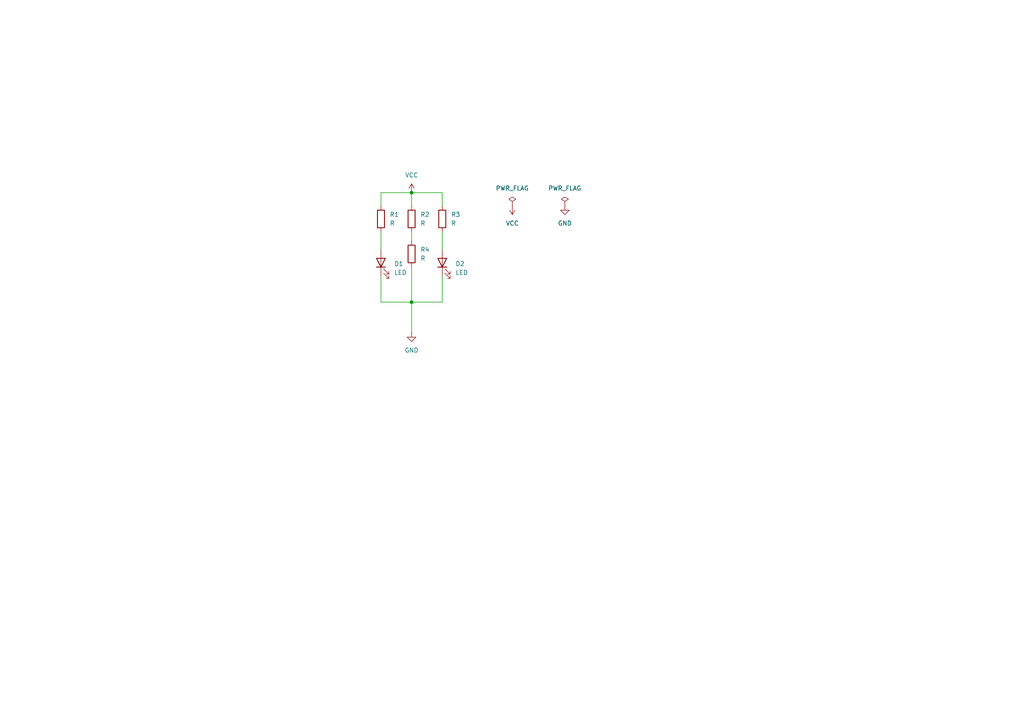
<source format=kicad_sch>
(kicad_sch (version 20250114) (generator "eeschema") (generator_version "9.0")
  (paper "A4")
  (lib_symbols
    (symbol "Device:LED" (pin_numbers (hide yes)) (pin_names (offset 1.016) (hide yes))
      (property "Reference" "D" (at 0 2.54 0))
      (property "Value" "LED" (at 0 -2.54 0))
      (symbol "LED_0_1"
        (polyline (pts (xy -3.048 -0.762) (xy -4.572 -2.286) (xy -3.81 -2.286) (xy -4.572 -2.286) (xy -4.572 -1.524)))
        (polyline (pts (xy -1.778 -0.762) (xy -3.302 -2.286) (xy -2.54 -2.286) (xy -3.302 -2.286) (xy -3.302 -1.524)))
        (polyline (pts (xy -1.27 0) (xy 1.27 0)))
        (polyline (pts (xy -1.27 -1.27) (xy -1.27 1.27)) (stroke (width 0.254)))
        (polyline (pts (xy 1.27 -1.27) (xy 1.27 1.27) (xy -1.27 0) (xy 1.27 -1.27)) (stroke (width 0.254)))
      )
      (symbol "LED_1_1"
        (pin passive line (at -3.81 0 0) (length 2.54) (name "K") (number "1"))
        (pin passive line (at 3.81 0 180) (length 2.54) (name "A") (number "2"))
      )
    )
    (symbol "Device:R" (pin_numbers (hide yes)) (pin_names (offset 0))
      (property "Reference" "R" (at 2.032 0 90))
      (property "Value" "R" (at 0 0 90))
      (symbol "R_0_1"
        (rectangle (start -1.016 -2.54) (end 1.016 2.54) (stroke (width 0.254)))
      )
      (symbol "R_1_1"
        (pin passive line (at 0 3.81 270) (length 1.27) (name "~") (number "1"))
        (pin passive line (at 0 -3.81 90) (length 1.27) (name "~") (number "2"))
      )
    )
    (symbol "power:GND" (power) (pin_numbers (hide yes)) (pin_names (offset 0) (hide yes))
      (property "Value" "GND" (at 0 -3.81 0))
      (symbol "GND_0_1"
        (polyline (pts (xy 0 0) (xy 0 -1.27) (xy 1.27 -1.27) (xy 0 -2.54) (xy -1.27 -1.27) (xy 0 -1.27)))
      )
      (symbol "GND_1_1"
        (pin power_in line (at 0 0 270) (length 0) (name "~") (number "1"))
      )
    )
    (symbol "power:PWR_FLAG" (power) (pin_numbers (hide yes)) (pin_names (offset 0) (hide yes))
      (property "Value" "PWR_FLAG" (at 0 3.81 0))
      (symbol "PWR_FLAG_0_0"
        (pin power_out line (at 0 0 90) (length 0) (name "~") (number "1"))
      )
      (symbol "PWR_FLAG_0_1"
        (polyline (pts (xy 0 0) (xy 0 1.27) (xy -1.016 1.905) (xy 0 2.54) (xy 1.016 1.905) (xy 0 1.27)))
      )
    )
    (symbol "power:VCC" (power) (pin_numbers (hide yes)) (pin_names (offset 0) (hide yes))
      (property "Value" "VCC" (at 0 3.556 0))
      (symbol "VCC_0_1"
        (polyline (pts (xy -0.762 1.27) (xy 0 2.54)))
        (polyline (pts (xy 0 2.54) (xy 0.762 1.27)))
        (polyline (pts (xy 0 0) (xy 0 2.54)))
      )
      (symbol "VCC_1_1"
        (pin power_in line (at 0 0 90) (length 0) (name "~") (number "1"))
      )
    )
  )
  (junction (at 119.38 55.88))
  (junction (at 119.38 87.63))
  (wire (pts (xy 128.27 55.88) (xy 119.38 55.88)))
  (wire (pts (xy 119.38 67.31) (xy 119.38 69.85)))
  (wire (pts (xy 128.27 59.69) (xy 128.27 55.88)))
  (wire (pts (xy 119.38 87.63) (xy 128.27 87.63)))
  (wire (pts (xy 128.27 67.31) (xy 128.27 72.39)))
  (wire (pts (xy 110.49 80.01) (xy 110.49 87.63)))
  (wire (pts (xy 128.27 87.63) (xy 128.27 80.01)))
  (wire (pts (xy 110.49 67.31) (xy 110.49 72.39)))
  (wire (pts (xy 110.49 87.63) (xy 119.38 87.63)))
  (wire (pts (xy 119.38 87.63) (xy 119.38 96.52)))
  (wire (pts (xy 110.49 59.69) (xy 110.49 55.88)))
  (wire (pts (xy 110.49 55.88) (xy 119.38 55.88)))
  (wire (pts (xy 119.38 77.47) (xy 119.38 87.63)))
  (wire (pts (xy 119.38 59.69) (xy 119.38 55.88)))
  (symbol (lib_id "power:GND") (at 163.83 59.69 0) (unit 1)
    (property "Reference" "#PWR0204" (effects (hide yes)))
    (property "Value" "GND" (at 163.83 64.77 0))
    (property "Description" "Power symbol creates a global label with name \"GND\" , ground" (effects (hide yes)))
  )
  (symbol (lib_id "Device:R") (at 128.27 63.5 0) (unit 1)
    (property "Reference" "R3" (at 130.81 62.2299 0) (effects (justify left)))
    (property "Value" "R" (at 130.81 64.7699 0) (effects (justify left)))
    (property "Footprint" "Resistor_SMD:R_0805_2012Metric" (effects (hide yes)))
    (property "Description" "Resistor" (effects (hide yes)))
  )
  (symbol (lib_id "power:PWR_FLAG") (at 163.83 59.69 0) (unit 1)
    (property "Reference" "#FLG0202" (effects (hide yes)))
    (property "Value" "PWR_FLAG" (at 163.83 54.61 0))
    (property "Description" "Special symbol for telling ERC where power comes from" (effects (hide yes)))
  )
  (symbol (lib_id "power:GND") (at 119.38 96.52 0) (unit 1)
    (property "Reference" "#PWR0202" (effects (hide yes)))
    (property "Value" "GND" (at 119.38 101.6 0))
    (property "Description" "Power symbol creates a global label with name \"GND\" , ground" (effects (hide yes)))
  )
  (symbol (lib_id "Device:LED") (at 128.27 76.2 90) (unit 1)
    (property "Reference" "D2" (at 132.08 76.5174 90) (effects (justify right)))
    (property "Value" "LED" (at 132.08 79.0574 90) (effects (justify right)))
    (property "Footprint" "LED_SMD:LED_0805_2012Metric" (effects (hide yes)))
    (property "Description" "Light emitting diode" (effects (hide yes)))
    (property "Sim.Pins" "1=K 2=A" (effects (hide yes)))
  )
  (symbol (lib_id "power:VCC") (at 148.59 59.69 180) (unit 1)
    (property "Reference" "#PWR0203" (effects (hide yes)))
    (property "Value" "VCC" (at 148.59 64.77 0))
    (property "Description" "Power symbol creates a global label with name \"VCC\"" (effects (hide yes)))
  )
  (symbol (lib_id "Device:R") (at 119.38 63.5 0) (unit 1)
    (property "Reference" "R2" (at 121.92 62.2299 0) (effects (justify left)))
    (property "Value" "R" (at 121.92 64.7699 0) (effects (justify left)))
    (property "Footprint" "Resistor_SMD:R_0805_2012Metric" (effects (hide yes)))
    (property "Description" "Resistor" (effects (hide yes)))
  )
  (symbol (lib_id "power:PWR_FLAG") (at 148.59 59.69 0) (unit 1)
    (property "Reference" "#FLG0201" (effects (hide yes)))
    (property "Value" "PWR_FLAG" (at 148.59 54.61 0))
    (property "Description" "Special symbol for telling ERC where power comes from" (effects (hide yes)))
  )
  (symbol (lib_id "Device:LED") (at 110.49 76.2 90) (unit 1)
    (property "Reference" "D1" (at 114.3 76.5174 90) (effects (justify right)))
    (property "Value" "LED" (at 114.3 79.0574 90) (effects (justify right)))
    (property "Footprint" "LED_SMD:LED_0805_2012Metric" (effects (hide yes)))
    (property "Description" "Light emitting diode" (effects (hide yes)))
    (property "Sim.Pins" "1=K 2=A" (effects (hide yes)))
  )
  (symbol (lib_id "Device:R") (at 119.38 73.66 0) (unit 1)
    (property "Reference" "R4" (at 121.92 72.3899 0) (effects (justify left)))
    (property "Value" "R" (at 121.92 74.9299 0) (effects (justify left)))
    (property "Footprint" "Resistor_SMD:R_0805_2012Metric" (effects (hide yes)))
    (property "Description" "Resistor" (effects (hide yes)))
  )
  (symbol (lib_id "power:VCC") (at 119.38 55.88 0) (unit 1)
    (property "Reference" "#PWR0201" (effects (hide yes)))
    (property "Value" "VCC" (at 119.38 50.8 0))
    (property "Description" "Power symbol creates a global label with name \"VCC\"" (effects (hide yes)))
  )
  (symbol (lib_id "Device:R") (at 110.49 63.5 0) (unit 1)
    (property "Reference" "R1" (at 113.03 62.2299 0) (effects (justify left)))
    (property "Value" "R" (at 113.03 64.7699 0) (effects (justify left)))
    (property "Footprint" "Resistor_SMD:R_0805_2012Metric" (effects (hide yes)))
    (property "Description" "Resistor" (effects (hide yes)))
  )
)
</source>
